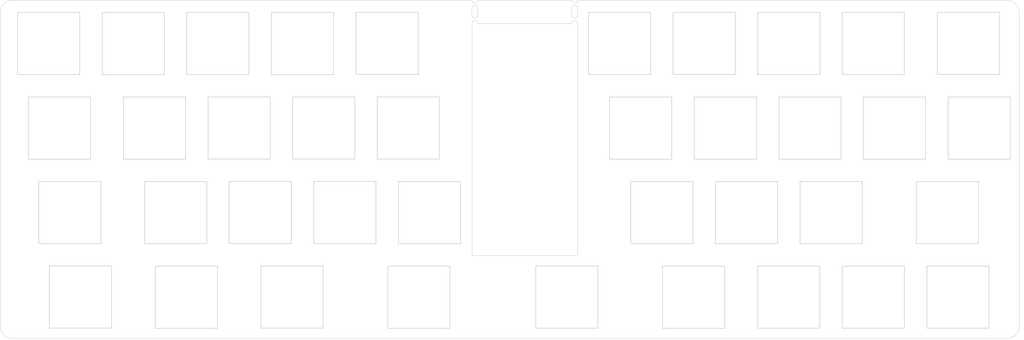
<source format=kicad_pcb>
(kicad_pcb (version 20211014) (generator pcbnew)
  (layers (0 "F.Cu" signal) (31 "B.Cu" signal) (34 "B.Paste" user) (35 "F.Paste" user) (36 "B.SilkS" user "B.Silkscreen") (37 "F.SilkS" user "F.Silkscreen") (38 "B.Mask" user) (39 "F.Mask" user) (44 "Edge.Cuts" user))
  (net 0 "")
  (net 1 "col1")
  (net 2 "col0")
  (footprint "footprint:Keyswitch_Plate_Hole" (layer "F.Cu") (at 37.81 69.89)
    (fp_text reference "SW3" hide)
    (fp_text value "Switch_SW_Push" hide)
    (fp_line (start -7 -7) (end -7 7) (layer "Edge.Cuts") (width 0.15))
    (fp_line (start 7 -7) (end 7 7) (layer "Edge.Cuts") (width 0.15))
    (fp_line (start 7 7) (end -7 7) (layer "Edge.Cuts") (width 0.15))
    (fp_line (start 7 -7) (end -7 -7) (layer "Edge.Cuts") (width 0.15))
  )
  (footprint "footprint:Keyswitch_Plate_Hole" (layer "F.Cu") (at 190.26 69.905)
    (fp_text reference "SW27" hide)
    (fp_text value "Switch_SW_Push" hide)
    (fp_line (start 7 7) (end -7 7) (layer "Edge.Cuts") (width 0.15))
    (fp_line (start 7 -7) (end 7 7) (layer "Edge.Cuts") (width 0.15))
    (fp_line (start -7 -7) (end -7 7) (layer "Edge.Cuts") (width 0.15))
    (fp_line (start 7 -7) (end -7 -7) (layer "Edge.Cuts") (width 0.15))
  )
  (footprint "footprint:Keyswitch_Plate_Hole" (layer "F.Cu") (at 242.695 50.855)
    (fp_text reference "SW38" hide)
    (fp_text value "Switch_SW_Push" hide)
    (fp_line (start 7 7) (end -7 7) (layer "Edge.Cuts") (width 0.15))
    (fp_line (start -7 -7) (end -7 7) (layer "Edge.Cuts") (width 0.15))
    (fp_line (start 7 -7) (end -7 -7) (layer "Edge.Cuts") (width 0.15))
    (fp_line (start 7 -7) (end 7 7) (layer "Edge.Cuts") (width 0.15))
  )
  (footprint "footprint:Keyswitch_Plate_Hole" (layer "F.Cu") (at 180.735 31.765)
    (fp_text reference "SW25" hide)
    (fp_text value "Switch_SW_Push" hide)
    (fp_line (start -7 -7) (end -7 7) (layer "Edge.Cuts") (width 0.15))
    (fp_line (start 7 7) (end -7 7) (layer "Edge.Cuts") (width 0.15))
    (fp_line (start 7 -7) (end -7 -7) (layer "Edge.Cuts") (width 0.15))
    (fp_line (start 7 -7) (end 7 7) (layer "Edge.Cuts") (width 0.15))
  )
  (footprint "" (layer "F.Cu") (at 80.675 79.425)
    (fp_text reference "" (at 0 0) (layer "F.SilkS") (effects (font (size 1.27 1.27))))
    (fp_text value "" (at 0 0) (layer "F.SilkS") (effects (font (size 1.27 1.27))))
    (pad "" np_thru_hole circle locked (at 0 0) (size 2.15 2.15) (drill 2.15) (layers *.Cu *.Mask))
  )
  (footprint "footprint:Keyswitch_Plate_Hole" (layer "F.Cu") (at 90.235 31.815)
    (fp_text reference "SW13" hide)
    (fp_text value "Switch_SW_Push" hide)
    (fp_line (start 7 -7) (end 7 7) (layer "Edge.Cuts") (width 0.15))
    (fp_line (start -7 -7) (end -7 7) (layer "Edge.Cuts") (width 0.15))
    (fp_line (start 7 -7) (end -7 -7) (layer "Edge.Cuts") (width 0.15))
    (fp_line (start 7 7) (end -7 7) (layer "Edge.Cuts") (width 0.15))
  )
  (footprint "" (layer "F.Cu") (at 80.69992 41.323571)
    (fp_text reference "" (at 0 0) (layer "F.SilkS") (effects (font (size 1.27 1.27))))
    (fp_text value "" (at 0 0) (layer "F.SilkS") (effects (font (size 1.27 1.27))))
    (pad "" np_thru_hole circle locked (at 0 0) (size 2.15 2.15) (drill 2.15) (layers *.Cu *.Mask))
  )
  (footprint "footprint:Keyswitch_Plate_Hole" (layer "F.Cu") (at 71.135 31.79)
    (fp_text reference "SW9" hide)
    (fp_text value "Switch_SW_Push" hide)
    (fp_line (start 7 -7) (end -7 -7) (layer "Edge.Cuts") (width 0.15))
    (fp_line (start 7 7) (end -7 7) (layer "Edge.Cuts") (width 0.15))
    (fp_line (start 7 -7) (end 7 7) (layer "Edge.Cuts") (width 0.15))
    (fp_line (start -7 -7) (end -7 7) (layer "Edge.Cuts") (width 0.15))
  )
  (footprint "footprint:Keyswitch_Plate_Hole" (layer "F.Cu") (at 95.01 50.84)
    (fp_text reference "SW14" hide)
    (fp_text value "Switch_SW_Push" hide)
    (fp_line (start -7 -7) (end -7 7) (layer "Edge.Cuts") (width 0.15))
    (fp_line (start 7 7) (end -7 7) (layer "Edge.Cuts") (width 0.15))
    (fp_line (start 7 -7) (end 7 7) (layer "Edge.Cuts") (width 0.15))
    (fp_line (start 7 -7) (end -7 -7) (layer "Edge.Cuts") (width 0.15))
  )
  (footprint "footprint:Keyswitch_Plate_Hole" (layer "F.Cu") (at 99.77 69.88)
    (fp_text reference "SW15" hide)
    (fp_text value "Switch_SW_Push" hide)
    (fp_line (start -7 -7) (end -7 7) (layer "Edge.Cuts") (width 0.15))
    (fp_line (start 7 -7) (end 7 7) (layer "Edge.Cuts") (width 0.15))
    (fp_line (start 7 -7) (end -7 -7) (layer "Edge.Cuts") (width 0.15))
    (fp_line (start 7 7) (end -7 7) (layer "Edge.Cuts") (width 0.15))
  )
  (footprint "footprint:Keyswitch_Plate_Hole" (layer "F.Cu") (at 87.87 88.93)
    (fp_text reference "SW12" hide)
    (fp_text value "Switch_SW_Push" hide)
    (fp_line (start 7 7) (end -7 7) (layer "Edge.Cuts") (width 0.15))
    (fp_line (start 7 -7) (end 7 7) (layer "Edge.Cuts") (width 0.15))
    (fp_line (start -7 -7) (end -7 7) (layer "Edge.Cuts") (width 0.15))
    (fp_line (start 7 -7) (end -7 -7) (layer "Edge.Cuts") (width 0.15))
  )
  (footprint "" (layer "F.Cu") (at 42.573094 60.39726)
    (fp_text reference "" (at 0 0) (layer "F.SilkS") (effects (font (size 1.27 1.27))))
    (fp_text value "" (at 0 0) (layer "F.SilkS") (effects (font (size 1.27 1.27))))
    (pad "" np_thru_hole circle locked (at 0 0) (size 2.15 2.15) (drill 2.15) (layers *.Cu *.Mask))
  )
  (footprint "footprint:Keyswitch_Plate_Hole" (layer "F.Cu") (at 185.485 50.865)
    (fp_text reference "SW26" hide)
    (fp_text value "Switch_SW_Push" hide)
    (fp_line (start 7 7) (end -7 7) (layer "Edge.Cuts") (width 0.15))
    (fp_line (start 7 -7) (end 7 7) (layer "Edge.Cuts") (width 0.15))
    (fp_line (start -7 -7) (end -7 7) (layer "Edge.Cuts") (width 0.15))
    (fp_line (start 7 -7) (end -7 -7) (layer "Edge.Cuts") (width 0.15))
  )
  (footprint "footprint:Keyswitch_Plate_Hole" (layer "F.Cu") (at 33.035 31.79)
    (fp_text reference "SW1" hide)
    (fp_text value "Switch_SW_Push" hide)
    (fp_line (start 7 -7) (end 7 7) (layer "Edge.Cuts") (width 0.15))
    (fp_line (start 7 7) (end -7 7) (layer "Edge.Cuts") (width 0.15))
    (fp_line (start 7 -7) (end -7 -7) (layer "Edge.Cuts") (width 0.15))
    (fp_line (start -7 -7) (end -7 7) (layer "Edge.Cuts") (width 0.15))
  )
  (footprint "footprint:M2_Hole" (layer "F.Cu") (at 24.125 96.1)
    (fp_text reference "" hide)
    (fp_text value "" hide)
    (pad "" np_thru_hole circle locked (at 0 0) (size 2.15 2.15) (drill 2.15) (layers *.Cu *.Mask))
  )
  (footprint "footprint:Keyswitch_Plate_Hole" (layer "F.Cu") (at 118.845 69.905)
    (fp_text reference "SW19" hide)
    (fp_text value "Switch_SW_Push" hide)
    (fp_line (start 7 7) (end -7 7) (layer "Edge.Cuts") (width 0.15))
    (fp_line (start 7 -7) (end 7 7) (layer "Edge.Cuts") (width 0.15))
    (fp_line (start 7 -7) (end -7 -7) (layer "Edge.Cuts") (width 0.15))
    (fp_line (start -7 -7) (end -7 7) (layer "Edge.Cuts") (width 0.15))
  )
  (footprint "footprint:Keyswitch_Plate_Hole" (layer "F.Cu") (at 209.335 69.89)
    (fp_text reference "SW31" hide)
    (fp_text value "Switch_SW_Push" hide)
    (fp_line (start -7 -7) (end -7 7) (layer "Edge.Cuts") (width 0.15))
    (fp_line (start 7 -7) (end 7 7) (layer "Edge.Cuts") (width 0.15))
    (fp_line (start 7 -7) (end -7 -7) (layer "Edge.Cuts") (width 0.15))
    (fp_line (start 7 7) (end -7 7) (layer "Edge.Cuts") (width 0.15))
  )
  (footprint "footprint:Keyswitch_Plate_Hole" (layer "F.Cu") (at 161.66 31.79)
    (fp_text reference "SW21" hide)
    (fp_text value "Switch_SW_Push" hide)
    (fp_line (start 7 -7) (end 7 7) (layer "Edge.Cuts") (width 0.15))
    (fp_line (start 7 7) (end -7 7) (layer "Edge.Cuts") (width 0.15))
    (fp_line (start -7 -7) (end -7 7) (layer "Edge.Cuts") (width 0.15))
    (fp_line (start 7 -7) (end -7 -7) (layer "Edge.Cuts") (width 0.15))
  )
  (footprint "footprint:Keyswitch_Plate_Hole" (layer "F.Cu") (at 114.06 50.84)
    (fp_text reference "SW18" hide)
    (fp_text value "Switch_SW_Push" hide)
    (fp_line (start 7 7) (end -7 7) (layer "Edge.Cuts") (width 0.15))
    (fp_line (start 7 -7) (end 7 7) (layer "Edge.Cuts") (width 0.15))
    (fp_line (start -7 -7) (end -7 7) (layer "Edge.Cuts") (width 0.15))
    (fp_line (start 7 -7) (end -7 -7) (layer "Edge.Cuts") (width 0.15))
  )
  (footprint "" (layer "F.Cu") (at 233.149814 60.346984)
    (fp_text reference "" (at 0 0) (layer "F.SilkS") (effects (font (size 1.27 1.27))))
    (fp_text value "" (at 0 0) (layer "F.SilkS") (effects (font (size 1.27 1.27))))
    (pad "" np_thru_hole circle locked (at 0 0) (size 2.15 2.15) (drill 2.15) (layers *.Cu *.Mask))
  )
  (footprint "footprint:M2_Hole" (layer "F.Cu") (at 249.5 24.275)
    (fp_text reference "" hide)
    (fp_text value "" hide)
    (pad "" np_thru_hole circle locked (at 0 0) (size 2.15 2.15) (drill 2.15) (layers *.Cu *.Mask))
  )
  (footprint "footprint:M2_Hole" (layer "F.Cu") (at 190.3 24.275)
    (fp_text reference "" hide)
    (fp_text value "" hide)
    (pad "" np_thru_hole circle locked (at 0 0) (size 2.15 2.15) (drill 2.15) (layers *.Cu *.Mask))
  )
  (footprint "footprint:Keyswitch_Plate_Hole" (layer "F.Cu") (at 80.71 69.865)
    (fp_text reference "SW11" hide)
    (fp_text value "Switch_SW_Push" hide)
    (fp_line (start 7 -7) (end -7 -7) (layer "Edge.Cuts") (width 0.15))
    (fp_line (start 7 -7) (end 7 7) (layer "Edge.Cuts") (width 0.15))
    (fp_line (start 7 7) (end -7 7) (layer "Edge.Cuts") (width 0.15))
    (fp_line (start -7 -7) (end -7 7) (layer "Edge.Cuts") (width 0.15))
  )
  (footprint "footprint:M2_Hole" (layer "F.Cu") (at 24.125 24.275)
    (fp_text reference "" hide)
    (fp_text value "" hide)
    (pad "" np_thru_hole circle locked (at 0 0) (size 2.15 2.15) (drill 2.15) (layers *.Cu *.Mask))
  )
  (footprint "" (layer "F.Cu") (at 209.325 96.1)
    (fp_text reference "" (at 0 0) (layer "F.SilkS") (effects (font (size 1.27 1.27))))
    (fp_text value "" (at 0 0) (layer "F.SilkS") (effects (font (size 1.27 1.27))))
    (pad "" np_thru_hole circle locked (at 0 0) (size 2.15 2.15) (drill 2.15) (layers *.Cu *.Mask))
  )
  (footprint "footprint:Keyswitch_Plate_Hole" (layer "F.Cu") (at 75.96 50.84)
    (fp_text reference "SW10" hide)
    (fp_text value "Switch_SW_Push" hide)
    (fp_line (start 7 7) (end -7 7) (layer "Edge.Cuts") (width 0.15))
    (fp_line (start -7 -7) (end -7 7) (layer "Edge.Cuts") (width 0.15))
    (fp_line (start 7 -7) (end 7 7) (layer "Edge.Cuts") (width 0.15))
    (fp_line (start 7 -7) (end -7 -7) (layer "Edge.Cuts") (width 0.15))
  )
  (footprint "footprint:Keyswitch_Plate_Hole" (layer "F.Cu") (at 235.51 69.89)
    (fp_text reference "SW35" hide)
    (fp_text value "Switch_SW_Push" hide)
    (fp_line (start -7 -7) (end -7 7) (layer "Edge.Cuts") (width 0.15))
    (fp_line (start 7 -7) (end -7 -7) (layer "Edge.Cuts") (width 0.15))
    (fp_line (start 7 -7) (end 7 7) (layer "Edge.Cuts") (width 0.15))
    (fp_line (start 7 7) (end -7 7) (layer "Edge.Cuts") (width 0.15))
  )
  (footprint "footprint:Keyswitch_Plate_Hole" (layer "F.Cu") (at 35.445 50.855)
    (fp_text reference "SW2" hide)
    (fp_text value "Switch_SW_Push" hide)
    (fp_line (start 7 -7) (end 7 7) (layer "Edge.Cuts") (width 0.15))
    (fp_line (start 7 7) (end -7 7) (layer "Edge.Cuts") (width 0.15))
    (fp_line (start 7 -7) (end -7 -7) (layer "Edge.Cuts") (width 0.15))
    (fp_line (start -7 -7) (end -7 7) (layer "Edge.Cuts") (width 0.15))
  )
  (footprint "" (layer "F.Cu") (at 162.925 96.1)
    (fp_text reference "" (at 0 0) (layer "F.SilkS") (effects (font (size 1.27 1.27))))
    (fp_text value "" (at 0 0) (layer "F.SilkS") (effects (font (size 1.27 1.27))))
    (pad "" np_thru_hole circle locked (at 0 0) (size 2.15 2.15) (drill 2.15) (layers *.Cu *.Mask))
  )
  (footprint "footprint:Keyswitch_Plate_Hole" (layer "F.Cu") (at 171.185 69.905)
    (fp_text reference "SW23" hide)
    (fp_text value "Switch_SW_Push" hide)
    (fp_line (start -7 -7) (end -7 7) (layer "Edge.Cuts") (width 0.15))
    (fp_line (start 7 -7) (end 7 7) (layer "Edge.Cuts") (width 0.15))
    (fp_line (start 7 -7) (end -7 -7) (layer "Edge.Cuts") (width 0.15))
    (fp_line (start 7 7) (end -7 7) (layer "Edge.Cuts") (width 0.15))
  )
  (footprint "footprint:Keyswitch_Plate_Hole" (layer "F.Cu") (at 178.36 88.965)
    (fp_text reference "SW24" hide)
    (fp_text value "Switch_SW_Push" hide)
    (fp_line (start 7 7) (end -7 7) (layer "Edge.Cuts") (width 0.15))
    (fp_line (start 7 -7) (end 7 7) (layer "Edge.Cuts") (width 0.15))
    (fp_line (start 7 -7) (end -7 -7) (layer "Edge.Cuts") (width 0.15))
    (fp_line (start -7 -7) (end -7 7) (layer "Edge.Cuts") (width 0.15))
  )
  (footprint "footprint:Keyswitch_Plate_Hole" (layer "F.Cu") (at 240.26 31.765)
    (fp_text reference "SW37" hide)
    (fp_text value "Switch_SW_Push" hide)
    (fp_line (start 7 -7) (end 7 7) (layer "Edge.Cuts") (width 0.15))
    (fp_line (start -7 -7) (end -7 7) (layer "Edge.Cuts") (width 0.15))
    (fp_line (start 7 7) (end -7 7) (layer "Edge.Cuts") (width 0.15))
    (fp_line (start 7 -7) (end -7 -7) (layer "Edge.Cuts") (width 0.15))
  )
  (footprint "footprint:M2_Hole" (layer "F.Cu") (at 80.7 24.275)
    (fp_text reference "" hide)
    (fp_text value "" hide)
    (pad "" np_thru_hole circle locked (at 0 0) (size 2.15 2.15) (drill 2.15) (layers *.Cu *.Mask))
  )
  (footprint "footprint:Keyswitch_Plate_Hole" (layer "F.Cu") (at 64.06 88.965)
    (fp_text reference "SW8" hide)
    (fp_text value "Switch_SW_Push" hide)
    (fp_line (start 7 -7) (end 7 7) (layer "Edge.Cuts") (width 0.15))
    (fp_line (start 7 7) (end -7 7) (layer "Edge.Cuts") (width 0.15))
    (fp_line (start -7 -7) (end -7 7) (layer "Edge.Cuts") (width 0.15))
    (fp_line (start 7 -7) (end -7 -7) (layer "Edge.Cuts") (width 0.15))
  )
  (footprint "" (layer "F.Cu") (at 193.173337 41.296904)
    (fp_text reference "" (at 0 0) (layer "F.SilkS") (effects (font (size 1.27 1.27))))
    (fp_text value "" (at 0 0) (layer "F.SilkS") (effects (font (size 1.27 1.27))))
    (pad "" np_thru_hole circle locked (at 0 0) (size 2.15 2.15) (drill 2.15) (layers *.Cu *.Mask))
  )
  (footprint "footprint:Keyswitch_Plate_Hole" (layer "F.Cu") (at 223.61 50.865)
    (fp_text reference "SW34" hide)
    (fp_text value "Switch_SW_Push" hide)
    (fp_line (start -7 -7) (end -7 7) (layer "Edge.Cuts") (width 0.15))
    (fp_line (start 7 7) (end -7 7) (layer "Edge.Cuts") (width 0.15))
    (fp_line (start 7 -7) (end -7 -7) (layer "Edge.Cuts") (width 0.15))
    (fp_line (start 7 -7) (end 7 7) (layer "Edge.Cuts") (width 0.15))
  )
  (footprint "footprint:Keyswitch_Plate_Hole" (layer "F.Cu") (at 116.435 88.965)
    (fp_text reference "SW16" hide)
    (fp_text value "Switch_SW_Push" hide)
    (fp_line (start 7 7) (end -7 7) (layer "Edge.Cuts") (width 0.15))
    (fp_line (start -7 -7) (end -7 7) (layer "Edge.Cuts") (width 0.15))
    (fp_line (start 7 -7) (end -7 -7) (layer "Edge.Cuts") (width 0.15))
    (fp_line (start 7 -7) (end 7 7) (layer "Edge.Cuts") (width 0.15))
  )
  (footprint "footprint:Keyswitch_Plate_Hole" (layer "F.Cu") (at 166.41 50.865)
    (fp_text reference "SW22" hide)
    (fp_text value "Switch_SW_Push" hide)
    (fp_line (start 7 -7) (end 7 7) (layer "Edge.Cuts") (width 0.15))
    (fp_line (start -7 -7) (end -7 7) (layer "Edge.Cuts") (width 0.15))
    (fp_line (start 7 -7) (end -7 -7) (layer "Edge.Cuts") (width 0.15))
    (fp_line (start 7 7) (end -7 7) (layer "Edge.Cuts") (width 0.15))
  )
  (footprint "footprint:M2_Hole" (layer "F.Cu") (at 249.45 96.1)
    (fp_text reference "" hide)
    (fp_text value "" hide)
    (pad "" np_thru_hole circle locked (at 0 0) (size 2.15 2.15) (drill 2.15) (layers *.Cu *.Mask))
  )
  (footprint "footprint:Keyswitch_Plate_Hole" (layer "F.Cu") (at 149.785 88.94)
    (fp_text reference "SW20" hide)
    (fp_text value "Switch_SW_Push" hide)
    (fp_line (start 7 -7) (end -7 -7) (layer "Edge.Cuts") (width 0.15))
    (fp_line (start 7 -7) (end 7 7) (layer "Edge.Cuts") (width 0.15))
    (fp_line (start -7 -7) (end -7 7) (layer "Edge.Cuts") (width 0.15))
    (fp_line (start 7 7) (end -7 7) (layer "Edge.Cuts") (width 0.15))
  )
  (footprint "footprint:Keyswitch_Plate_Hole" (layer "F.Cu") (at 61.67 69.905)
    (fp_text reference "SW7" hide)
    (fp_text value "Switch_SW_Push" hide)
    (fp_line (start -7 -7) (end -7 7) (layer "Edge.Cuts") (width 0.15))
    (fp_line (start 7 -7) (end -7 -7) (layer "Edge.Cuts") (width 0.15))
    (fp_line (start 7 7) (end -7 7) (layer "Edge.Cuts") (width 0.15))
    (fp_line (start 7 -7) (end 7 7) (layer "Edge.Cuts") (width 0.15))
  )
  (footprint "footprint:Keyswitch_Plate_Hole" (layer "F.Cu") (at 109.31 31.765)
    (fp_text reference "SW17" hide)
    (fp_text value "Switch_SW_Push" hide)
    (fp_line (start 7 7) (end -7 7) (layer "Edge.Cuts") (width 0.15))
    (fp_line (start 7 -7) (end 7 7) (layer "Edge.Cuts") (width 0.15))
    (fp_line (start -7 -7) (end -7 7) (layer "Edge.Cuts") (width 0.15))
    (fp_line (start 7 -7) (end -7 -7) (layer "Edge.Cuts") (width 0.15))
  )
  (footprint "footprint:Keyswitch_Plate_Hole" (layer "F.Cu") (at 56.895 50.855)
    (fp_text reference "SW6" hide)
    (fp_text value "Switch_SW_Push" hide)
    (fp_line (start 7 -7) (end -7 -7) (layer "Edge.Cuts") (width 0.15))
    (fp_line (start 7 -7) (end 7 7) (layer "Edge.Cuts") (width 0.15))
    (fp_line (start 7 7) (end -7 7) (layer "Edge.Cuts") (width 0.15))
    (fp_line (start -7 -7) (end -7 7) (layer "Edge.Cuts") (width 0.15))
  )
  (footprint "footprint:Keyswitch_Plate_Hole" (layer "F.Cu") (at 204.56 50.865)
    (fp_text reference "SW30" hide)
    (fp_text value "Switch_SW_Push" hide)
    (fp_line (start 7 -7) (end -7 -7) (layer "Edge.Cuts") (width 0.15))
    (fp_line (start 7 7) (end -7 7) (layer "Edge.Cuts") (width 0.15))
    (fp_line (start -7 -7) (end -7 7) (layer "Edge.Cuts") (width 0.15))
    (fp_line (start 7 -7) (end 7 7) (layer "Edge.Cuts") (width 0.15))
  )
  (footprint "footprint:M2_Hole" (layer "F.Cu") (at 124.85 24.275)
    (fp_text reference "" hide)
    (fp_text value "" hide)
    (pad "" np_thru_hole circle locked (at 0 0) (size 2.15 2.15) (drill 2.15) (layers *.Cu *.Mask))
  )
  (footprint "footprint:Keyswitch_Plate_Hole" (layer "F.Cu") (at 218.835 88.94)
    (fp_text reference "SW32" hide)
    (fp_text value "Switch_SW_Push" hide)
    (fp_line (start 7 7) (end -7 7) (layer "Edge.Cuts") (width 0.15))
    (fp_line (start 7 -7) (end 7 7) (layer "Edge.Cuts") (width 0.15))
    (fp_line (start -7 -7) (end -7 7) (layer "Edge.Cuts") (width 0.15))
    (fp_line (start 7 -7) (end -7 -7) (layer "Edge.Cuts") (width 0.15))
  )
  (footprint "footprint:Keyswitch_Plate_Hole" (layer "F.Cu") (at 199.81 31.79)
    (fp_text reference "SW29" hide)
    (fp_text value "Switch_SW_Push" hide)
    (fp_line (start -7 -7) (end -7 7) (layer "Edge.Cuts") (width 0.15))
    (fp_line (start 7 7) (end -7 7) (layer "Edge.Cuts") (width 0.15))
    (fp_line (start 7 -7) (end -7 -7) (layer "Edge.Cuts") (width 0.15))
    (fp_line (start 7 -7) (end 7 7) (layer "Edge.Cuts") (width 0.15))
  )
  (footprint "footprint:Keyswitch_Plate_Hole" (layer "F.Cu") (at 40.21 88.915)
    (fp_text reference "SW4" hide)
    (fp_text value "Switch_SW_Push" hide)
    (fp_line (start 7 -7) (end -7 -7) (layer "Edge.Cuts") (width 0.15))
    (fp_line (start -7 -7) (end -7 7) (layer "Edge.Cuts") (width 0.15))
    (fp_line (start 7 -7) (end 7 7) (layer "Edge.Cuts") (width 0.15))
    (fp_line (start 7 7) (end -7 7) (layer "Edge.Cuts") (width 0.15))
  )
  (footprint "footprint:Keyswitch_Plate_Hole" (layer "F.Cu") (at 52.11 31.815)
    (fp_text reference "SW5" hide)
    (fp_text value "Switch_SW_Push" hide)
    (fp_line (start -7 -7) (end -7 7) (layer "Edge.Cuts") (width 0.15))
    (fp_line (start 7 7) (end -7 7) (layer "Edge.Cuts") (width 0.15))
    (fp_line (start 7 -7) (end 7 7) (layer "Edge.Cuts") (width 0.15))
    (fp_line (start 7 -7) (end -7 -7) (layer "Edge.Cuts") (width 0.15))
  )
  (footprint "footprint:Keyswitch_Plate_Hole" (layer "F.Cu") (at 199.785 88.94)
    (fp_text reference "SW28" hide)
    (fp_text value "Switch_SW_Push" hide)
    (fp_line (start 7 -7) (end -7 -7) (layer "Edge.Cuts") (width 0.15))
    (fp_line (start 7 -7) (end 7 7) (layer "Edge.Cuts") (width 0.15))
    (fp_line (start -7 -7) (end -7 7) (layer "Edge.Cuts") (width 0.15))
    (fp_line (start 7 7) (end -7 7) (layer "Edge.Cuts") (width 0.15))
  )
  (footprint "" (layer "F.Cu") (at 105.725 96.1)
    (fp_text reference "" (at 0 0) (layer "F.SilkS") (effects (font (size 1.27 1.27))))
    (fp_text value "" (at 0 0) (layer "F.SilkS") (effects (font (size 1.27 1.27))))
    (pad "" np_thru_hole circle locked (at 0 0) (size 2.15 2.15) (drill 2.15) (layers *.Cu *.Mask))
  )
  (footprint "footprint:Keyswitch_Plate_Hole" (layer "F.Cu") (at 218.835 31.79)
    (fp_text reference "SW33" hide)
    (fp_text value "Switch_SW_Push" hide)
    (fp_line (start 7 7) (end -7 7) (layer "Edge.Cuts") (width 0.15))
    (fp_line (start 7 -7) (end 7 7) (layer "Edge.Cuts") (width 0.15))
    (fp_line (start -7 -7) (end -7 7) (layer "Edge.Cuts") (width 0.15))
    (fp_line (start 7 -7) (end -7 -7) (layer "Edge.Cuts") (width 0.15))
  )
  (footprint "" (layer "F.Cu") (at 193.148417 79.398333)
    (fp_text reference "" (at 0 0) (layer "F.SilkS") (effects (font (size 1.27 1.27))))
    (fp_text value "" (at 0 0) (layer "F.SilkS") (effects (font (size 1.27 1.27))))
    (pad "" np_thru_hole circle locked (at 0 0) (size 2.15 2.15) (drill 2.15) (layers *.Cu *.Mask))
  )
  (footprint "footprint:Keyswitch_Plate_Hole" (layer "F.Cu") (at 237.89 88.94)
    (fp_text reference "SW36" hide)
    (fp_text value "Switch_SW_Push" hide)
    (fp_line (start 7 -7) (end 7 7) (layer "Edge.Cuts") (width 0.15))
    (fp_line (start -7 -7) (end -7 7) (layer "Edge.Cuts") (width 0.15))
    (fp_line (start 7 7) (end -7 7) (layer "Edge.Cuts") (width 0.15))
    (fp_line (start 7 -7) (end -7 -7) (layer "Edge.Cuts") (width 0.15))
  )
  (gr_line (start 129.7 25.425) (end 129.707949 23.825) (layer "Edge.Cuts") (width 0.1))
  (gr_line (start 25.05 98.25) (end 248.85 98.25) (layer "Edge.Cuts") (width 0.1))
  (gr_arc (start 152.154723 22.2896) (mid 152.234444 22.118722) (end 152.410964 22.052425) (layer "Edge.Cuts") (width 0.1))
  (gr_arc (start 152.154723 22.2896) (mid 151.558631 22.723001) (end 150.947575 22.310964) (layer "Edge.Cuts") (width 0.1))
  (gr_arc (start 128.420786 27.270786) (mid 128.947194 26.639662) (end 129.662825 27.043759) (layer "Edge.Cuts") (width 0.1))
  (gr_line (start 22.125 25) (end 22.125 95.4) (layer "Edge.Cuts") (width 0.1))
  (gr_line (start 150.888316 25.425) (end 150.896265 23.825) (layer "Edge.Cuts") (width 0.1))
  (gr_line (start 129.935964 22.052425) (end 150.7104 22.054723) (layer "Edge.Cuts") (width 0.1))
  (gr_line (start 128.392051 25.425) (end 128.4 23.825) (layer "Edge.Cuts") (width 0.1))
  (gr_line (start 152.225 27.3) (end 152.225 79.575) (layer "Edge.Cuts") (width 0.1))
  (gr_line (start 128.425 79.575) (end 128.420786 27.270786) (layer "Edge.Cuts") (width 0.1))
  (gr_arc (start 22.125 25) (mid 22.931002 22.909557) (end 25 22.05) (layer "Edge.Cuts") (width 0.1))
  (gr_arc (start 25.05 98.25) (mid 22.961384 97.467593) (end 22.125 95.4) (layer "Edge.Cuts") (width 0.1))
  (gr_line (start 152.196265 25.425) (end 152.204214 23.825) (layer "Edge.Cuts") (width 0.1))
  (gr_line (start 251.725762 24.925) (end 251.725 95.342553) (layer "Edge.Cuts") (width 0.1))
  (gr_arc (start 248.818315 22.05) (mid 250.897333 22.855148) (end 251.725762 24.925) (layer "Edge.Cuts") (width 0.1))
  (gr_line (start 152.410964 22.052425) (end 248.818315 22.05) (layer "Edge.Cuts") (width 0.1))
  (gr_arc (start 128.4 23.825) (mid 129.053974 23.171265) (end 129.707949 23.825) (layer "Edge.Cuts") (width 0.1))
  (gr_arc (start 150.945277 27.0604) (mid 150.865556 27.231278) (end 150.689036 27.297575) (layer "Edge.Cuts") (width 0.1))
  (gr_arc (start 251.725 95.342553) (mid 250.919852 97.421571) (end 248.85 98.25) (layer "Edge.Cuts") (width 0.1))
  (gr_arc (start 129.9 27.3) (mid 129.729122 27.220279) (end 129.662825 27.043759) (layer "Edge.Cuts") (width 0.1))
  (gr_arc (start 152.196265 25.425) (mid 151.542291 26.078734) (end 150.888316 25.425) (layer "Edge.Cuts") (width 0.1))
  (gr_arc (start 150.7104 22.054723) (mid 150.881278 22.134444) (end 150.947575 22.310964) (layer "Edge.Cuts") (width 0.1))
  (gr_arc (start 128.2104 22.054723) (mid 128.381278 22.134444) (end 128.447575 22.310964) (layer "Edge.Cuts") (width 0.1))
  (gr_arc (start 129.679723 22.2896) (mid 129.759444 22.118722) (end 129.935964 22.052425) (layer "Edge.Cuts") (width 0.1))
  (gr_line (start 25 22.05) (end 128.2104 22.054723) (layer "Edge.Cuts") (width 0.1))
  (gr_arc (start 129.679723 22.2896) (mid 129.071127 22.731599) (end 128.447575 22.310964) (layer "Edge.Cuts") (width 0.1))
  (gr_arc (start 129.7 25.425) (mid 129.046026 26.078736) (end 128.392051 25.425) (layer "Edge.Cuts") (width 0.1))
  (gr_line (start 129.9 27.3) (end 150.689036 27.297575) (layer "Edge.Cuts") (width 0.1))
  (gr_arc (start 150.896265 23.825) (mid 151.55024 23.171265) (end 152.204214 23.825) (layer "Edge.Cuts") (width 0.1))
  (gr_arc (start 150.945277 27.0604) (mid 151.689159 26.62462) (end 152.225 27.3) (layer "Edge.Cuts") (width 0.1))
  (gr_line (start 152.225 79.575) (end 128.425 79.575) (layer "Edge.Cuts") (width 0.1))
)
</source>
